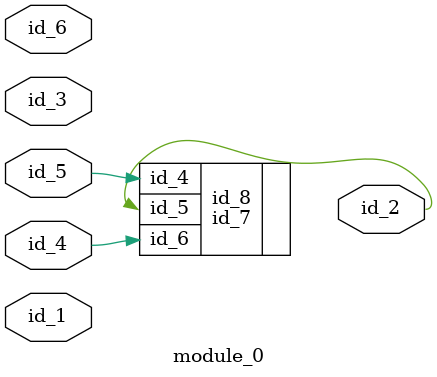
<source format=v>
`timescale 1 ps / 1ps
module module_0 (
    id_1,
    id_2,
    id_3,
    id_4,
    id_5,
    id_6
);
  input id_6;
  input id_5;
  input id_4;
  input id_3;
  output id_2;
  input id_1;
  id_7 id_8 (
      .id_4(id_5),
      .id_6(id_4),
      .id_5(id_2)
  );
endmodule

</source>
